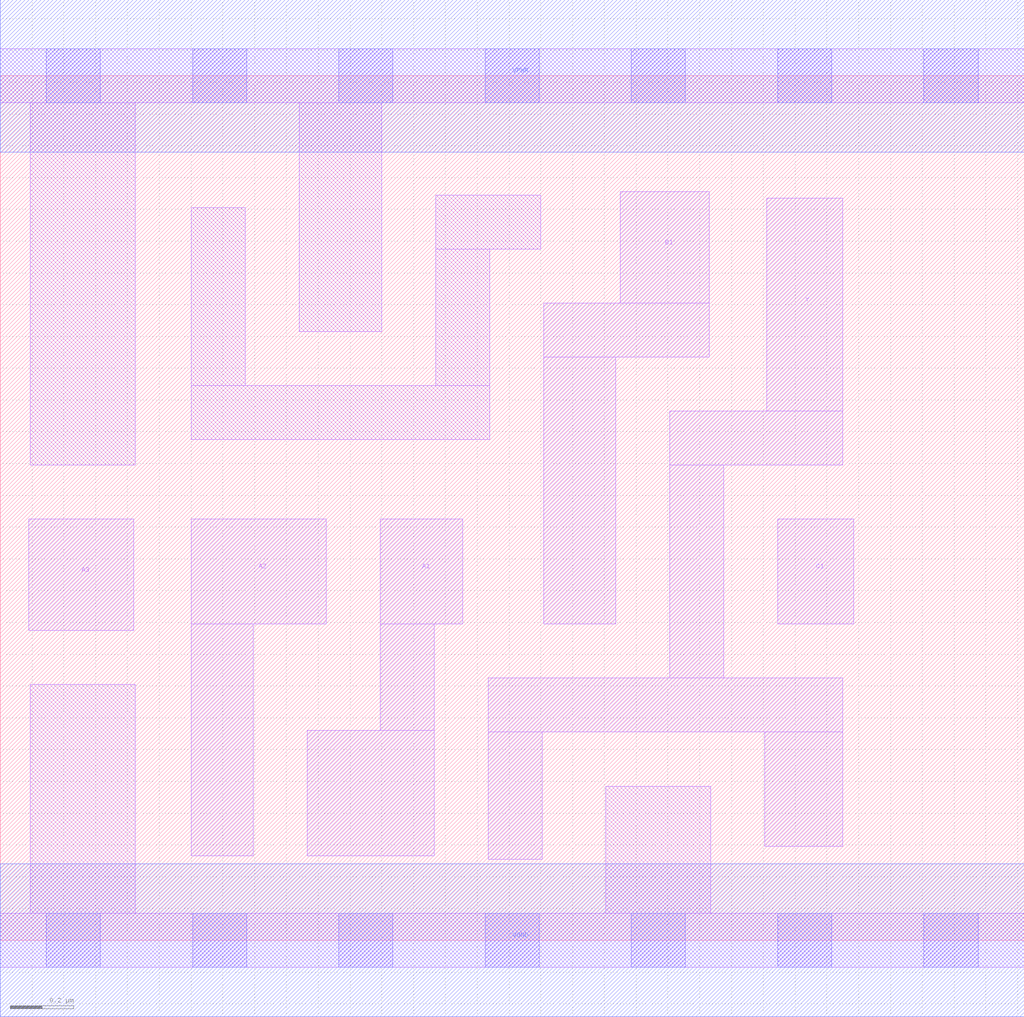
<source format=lef>
# Copyright 2020 The SkyWater PDK Authors
#
# Licensed under the Apache License, Version 2.0 (the "License");
# you may not use this file except in compliance with the License.
# You may obtain a copy of the License at
#
#     https://www.apache.org/licenses/LICENSE-2.0
#
# Unless required by applicable law or agreed to in writing, software
# distributed under the License is distributed on an "AS IS" BASIS,
# WITHOUT WARRANTIES OR CONDITIONS OF ANY KIND, either express or implied.
# See the License for the specific language governing permissions and
# limitations under the License.
#
# SPDX-License-Identifier: Apache-2.0

VERSION 5.7 ;
  NAMESCASESENSITIVE ON ;
  NOWIREEXTENSIONATPIN ON ;
  DIVIDERCHAR "/" ;
  BUSBITCHARS "[]" ;
UNITS
  DATABASE MICRONS 200 ;
END UNITS
MACRO sky130_fd_sc_hd__a311oi_1
  CLASS CORE ;
  FOREIGN sky130_fd_sc_hd__a311oi_1 ;
  ORIGIN  0.000000  0.000000 ;
  SIZE  3.220000 BY  2.720000 ;
  SYMMETRY X Y R90 ;
  SITE unithd ;
  PIN A1
    ANTENNAGATEAREA  0.247500 ;
    DIRECTION INPUT ;
    USE SIGNAL ;
    PORT
      LAYER li1 ;
        RECT 0.965000 0.265000 1.365000 0.660000 ;
        RECT 1.195000 0.660000 1.365000 0.995000 ;
        RECT 1.195000 0.995000 1.455000 1.325000 ;
    END
  END A1
  PIN A2
    ANTENNAGATEAREA  0.247500 ;
    DIRECTION INPUT ;
    USE SIGNAL ;
    PORT
      LAYER li1 ;
        RECT 0.600000 0.265000 0.795000 0.995000 ;
        RECT 0.600000 0.995000 1.025000 1.325000 ;
    END
  END A2
  PIN A3
    ANTENNAGATEAREA  0.247500 ;
    DIRECTION INPUT ;
    USE SIGNAL ;
    PORT
      LAYER li1 ;
        RECT 0.090000 0.975000 0.420000 1.325000 ;
    END
  END A3
  PIN B1
    ANTENNAGATEAREA  0.247500 ;
    DIRECTION INPUT ;
    USE SIGNAL ;
    PORT
      LAYER li1 ;
        RECT 1.710000 0.995000 1.935000 1.835000 ;
        RECT 1.710000 1.835000 2.230000 2.005000 ;
        RECT 1.950000 2.005000 2.230000 2.355000 ;
    END
  END B1
  PIN C1
    ANTENNAGATEAREA  0.247500 ;
    DIRECTION INPUT ;
    USE SIGNAL ;
    PORT
      LAYER li1 ;
        RECT 2.445000 0.995000 2.685000 1.325000 ;
    END
  END C1
  PIN Y
    ANTENNADIFFAREA  0.659750 ;
    DIRECTION OUTPUT ;
    USE SIGNAL ;
    PORT
      LAYER li1 ;
        RECT 1.535000 0.255000 1.705000 0.655000 ;
        RECT 1.535000 0.655000 2.650000 0.825000 ;
        RECT 2.105000 0.825000 2.275000 1.495000 ;
        RECT 2.105000 1.495000 2.650000 1.665000 ;
        RECT 2.405000 0.295000 2.650000 0.655000 ;
        RECT 2.410000 1.665000 2.650000 2.335000 ;
    END
  END Y
  PIN VGND
    DIRECTION INOUT ;
    SHAPE ABUTMENT ;
    USE GROUND ;
    PORT
      LAYER met1 ;
        RECT 0.000000 -0.240000 3.220000 0.240000 ;
    END
  END VGND
  PIN VPWR
    DIRECTION INOUT ;
    SHAPE ABUTMENT ;
    USE POWER ;
    PORT
      LAYER met1 ;
        RECT 0.000000 2.480000 3.220000 2.960000 ;
    END
  END VPWR
  OBS
    LAYER li1 ;
      RECT 0.000000 -0.085000 3.220000 0.085000 ;
      RECT 0.000000  2.635000 3.220000 2.805000 ;
      RECT 0.095000  0.085000 0.425000 0.805000 ;
      RECT 0.095000  1.495000 0.425000 2.635000 ;
      RECT 0.600000  1.575000 1.540000 1.745000 ;
      RECT 0.600000  1.745000 0.770000 2.305000 ;
      RECT 0.940000  1.915000 1.200000 2.635000 ;
      RECT 1.370000  1.745000 1.540000 2.175000 ;
      RECT 1.370000  2.175000 1.700000 2.345000 ;
      RECT 1.905000  0.085000 2.235000 0.485000 ;
    LAYER mcon ;
      RECT 0.145000 -0.085000 0.315000 0.085000 ;
      RECT 0.145000  2.635000 0.315000 2.805000 ;
      RECT 0.605000 -0.085000 0.775000 0.085000 ;
      RECT 0.605000  2.635000 0.775000 2.805000 ;
      RECT 1.065000 -0.085000 1.235000 0.085000 ;
      RECT 1.065000  2.635000 1.235000 2.805000 ;
      RECT 1.525000 -0.085000 1.695000 0.085000 ;
      RECT 1.525000  2.635000 1.695000 2.805000 ;
      RECT 1.985000 -0.085000 2.155000 0.085000 ;
      RECT 1.985000  2.635000 2.155000 2.805000 ;
      RECT 2.445000 -0.085000 2.615000 0.085000 ;
      RECT 2.445000  2.635000 2.615000 2.805000 ;
      RECT 2.905000 -0.085000 3.075000 0.085000 ;
      RECT 2.905000  2.635000 3.075000 2.805000 ;
  END
END sky130_fd_sc_hd__a311oi_1
END LIBRARY

</source>
